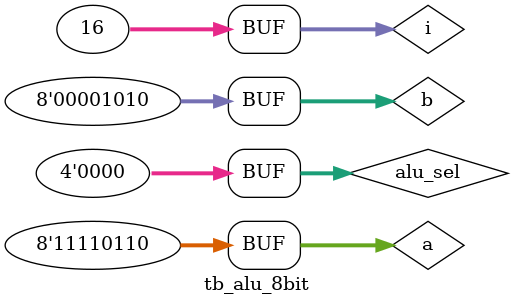
<source format=v>
`timescale 1ns / 1ps

module tb_alu_8bit;
//Inputs
 reg		[7:0] a,b;
 reg 		[3:0] alu_sel;

//Outputs
 wire 	[7:0] alu_out;
 wire 	  alu_cout;
 // Verilog code for ALU
 integer i;
alu_8bit	alu_8bit_unit
(
	a,          // ALU operand A input
	b,          // ALU operand B input
	cin,        // carry-in
	alu_sel,    // operation select (ALU function)
	alu_out,    // ALU result output
	alu_cout    // carry-out
);
	initial begin
	// hold reset state for 100 ns.
	  a = 8'h0A;
	  b = 4'h02;
	  alu_sel = 4'h0;

	  for (i=0;i<=15;i=i+1)
	  begin
	   alu_sel = alu_sel + 8'h01;
	   #10;
	  end

	  a = 8'hF6;
	  b = 8'h0A;
	end
endmodule

</source>
